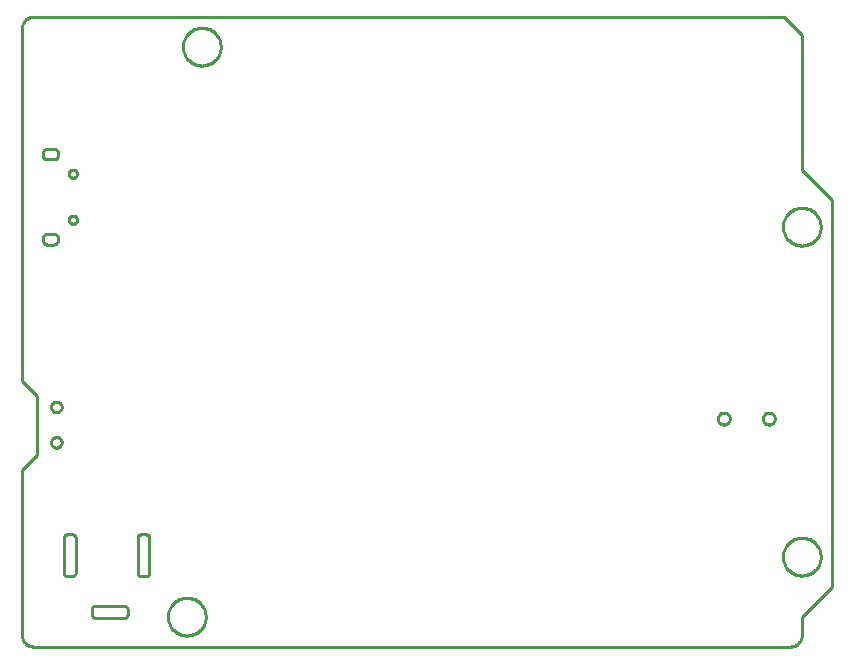
<source format=gbr>
G04 EAGLE Gerber RS-274X export*
G75*
%MOMM*%
%FSLAX34Y34*%
%LPD*%
%IN*%
%IPPOS*%
%AMOC8*
5,1,8,0,0,1.08239X$1,22.5*%
G01*
%ADD10C,0.254000*%


D10*
X0Y10000D02*
X38Y9128D01*
X152Y8264D01*
X341Y7412D01*
X603Y6580D01*
X937Y5774D01*
X1340Y5000D01*
X1808Y4264D01*
X2340Y3572D01*
X2929Y2929D01*
X3572Y2340D01*
X4264Y1808D01*
X5000Y1340D01*
X5774Y937D01*
X6580Y603D01*
X7412Y341D01*
X8264Y152D01*
X9128Y38D01*
X10000Y0D01*
X650400Y0D01*
X651272Y38D01*
X652136Y152D01*
X652988Y341D01*
X653820Y603D01*
X654626Y937D01*
X655400Y1340D01*
X656136Y1808D01*
X656828Y2340D01*
X657471Y2929D01*
X658060Y3572D01*
X658592Y4264D01*
X659060Y5000D01*
X659463Y5774D01*
X659797Y6580D01*
X660059Y7412D01*
X660248Y8264D01*
X660362Y9128D01*
X660400Y10000D01*
X660400Y25400D01*
X685800Y50800D01*
X685800Y378460D01*
X660400Y403860D01*
X660400Y518160D01*
X645160Y533400D01*
X10000Y533400D01*
X9128Y533362D01*
X8264Y533248D01*
X7412Y533059D01*
X6580Y532797D01*
X5774Y532463D01*
X5000Y532060D01*
X4264Y531592D01*
X3572Y531060D01*
X2929Y530471D01*
X2340Y529828D01*
X1808Y529136D01*
X1340Y528400D01*
X937Y527626D01*
X603Y526820D01*
X341Y525988D01*
X152Y525136D01*
X38Y524272D01*
X0Y523400D01*
X0Y224790D01*
X12700Y212090D01*
X12700Y162560D01*
X0Y149860D01*
X0Y10000D01*
X59480Y26970D02*
X59490Y26752D01*
X59518Y26536D01*
X59565Y26323D01*
X59631Y26115D01*
X59714Y25913D01*
X59815Y25720D01*
X59932Y25536D01*
X60065Y25363D01*
X60212Y25202D01*
X60373Y25055D01*
X60546Y24922D01*
X60730Y24805D01*
X60923Y24704D01*
X61125Y24621D01*
X61333Y24555D01*
X61546Y24508D01*
X61762Y24480D01*
X61980Y24470D01*
X86980Y24470D01*
X87198Y24480D01*
X87414Y24508D01*
X87627Y24555D01*
X87835Y24621D01*
X88037Y24704D01*
X88230Y24805D01*
X88414Y24922D01*
X88587Y25055D01*
X88748Y25202D01*
X88895Y25363D01*
X89028Y25536D01*
X89145Y25720D01*
X89246Y25913D01*
X89329Y26115D01*
X89395Y26323D01*
X89442Y26536D01*
X89471Y26752D01*
X89480Y26970D01*
X89480Y31970D01*
X89471Y32188D01*
X89442Y32404D01*
X89395Y32617D01*
X89329Y32825D01*
X89246Y33027D01*
X89145Y33220D01*
X89028Y33404D01*
X88895Y33577D01*
X88748Y33738D01*
X88587Y33885D01*
X88414Y34018D01*
X88230Y34135D01*
X88037Y34236D01*
X87835Y34319D01*
X87627Y34385D01*
X87414Y34432D01*
X87198Y34461D01*
X86980Y34470D01*
X61980Y34470D01*
X61762Y34461D01*
X61546Y34432D01*
X61333Y34385D01*
X61125Y34319D01*
X60923Y34236D01*
X60730Y34135D01*
X60546Y34018D01*
X60373Y33885D01*
X60212Y33738D01*
X60065Y33577D01*
X59932Y33404D01*
X59815Y33220D01*
X59714Y33027D01*
X59631Y32825D01*
X59565Y32617D01*
X59518Y32404D01*
X59490Y32188D01*
X59480Y31970D01*
X59480Y26970D01*
X97980Y62470D02*
X97990Y62252D01*
X98018Y62036D01*
X98065Y61823D01*
X98131Y61615D01*
X98214Y61413D01*
X98315Y61220D01*
X98432Y61036D01*
X98565Y60863D01*
X98712Y60702D01*
X98873Y60555D01*
X99046Y60422D01*
X99230Y60305D01*
X99423Y60204D01*
X99625Y60121D01*
X99833Y60055D01*
X100046Y60008D01*
X100262Y59980D01*
X100480Y59970D01*
X105480Y59970D01*
X105698Y59980D01*
X105914Y60008D01*
X106127Y60055D01*
X106335Y60121D01*
X106537Y60204D01*
X106730Y60305D01*
X106914Y60422D01*
X107087Y60555D01*
X107248Y60702D01*
X107395Y60863D01*
X107528Y61036D01*
X107645Y61220D01*
X107746Y61413D01*
X107829Y61615D01*
X107895Y61823D01*
X107942Y62036D01*
X107971Y62252D01*
X107980Y62470D01*
X107980Y92470D01*
X107971Y92688D01*
X107942Y92904D01*
X107895Y93117D01*
X107829Y93325D01*
X107746Y93527D01*
X107645Y93720D01*
X107528Y93904D01*
X107395Y94077D01*
X107248Y94238D01*
X107087Y94385D01*
X106914Y94518D01*
X106730Y94635D01*
X106537Y94736D01*
X106335Y94819D01*
X106127Y94885D01*
X105914Y94932D01*
X105698Y94961D01*
X105480Y94970D01*
X100480Y94970D01*
X100262Y94961D01*
X100046Y94932D01*
X99833Y94885D01*
X99625Y94819D01*
X99423Y94736D01*
X99230Y94635D01*
X99046Y94518D01*
X98873Y94385D01*
X98712Y94238D01*
X98565Y94077D01*
X98432Y93904D01*
X98315Y93720D01*
X98214Y93527D01*
X98131Y93325D01*
X98065Y93117D01*
X98018Y92904D01*
X97990Y92688D01*
X97980Y92470D01*
X97980Y62470D01*
X35480Y62470D02*
X35490Y62252D01*
X35518Y62036D01*
X35565Y61823D01*
X35631Y61615D01*
X35714Y61413D01*
X35815Y61220D01*
X35932Y61036D01*
X36065Y60863D01*
X36212Y60702D01*
X36373Y60555D01*
X36546Y60422D01*
X36730Y60305D01*
X36923Y60204D01*
X37125Y60121D01*
X37333Y60055D01*
X37546Y60008D01*
X37762Y59980D01*
X37980Y59970D01*
X42980Y59970D01*
X43198Y59980D01*
X43414Y60008D01*
X43627Y60055D01*
X43835Y60121D01*
X44037Y60204D01*
X44230Y60305D01*
X44414Y60422D01*
X44587Y60555D01*
X44748Y60702D01*
X44895Y60863D01*
X45028Y61036D01*
X45145Y61220D01*
X45246Y61413D01*
X45329Y61615D01*
X45395Y61823D01*
X45442Y62036D01*
X45471Y62252D01*
X45480Y62470D01*
X45480Y92470D01*
X45471Y92688D01*
X45442Y92904D01*
X45395Y93117D01*
X45329Y93325D01*
X45246Y93527D01*
X45145Y93720D01*
X45028Y93904D01*
X44895Y94077D01*
X44748Y94238D01*
X44587Y94385D01*
X44414Y94518D01*
X44230Y94635D01*
X44037Y94736D01*
X43835Y94819D01*
X43627Y94885D01*
X43414Y94932D01*
X43198Y94961D01*
X42980Y94970D01*
X37980Y94970D01*
X37762Y94961D01*
X37546Y94932D01*
X37333Y94885D01*
X37125Y94819D01*
X36923Y94736D01*
X36730Y94635D01*
X36546Y94518D01*
X36373Y94385D01*
X36212Y94238D01*
X36065Y94077D01*
X35932Y93904D01*
X35815Y93720D01*
X35714Y93527D01*
X35631Y93325D01*
X35565Y93117D01*
X35518Y92904D01*
X35490Y92688D01*
X35480Y92470D01*
X35480Y62470D01*
X17680Y345000D02*
X17652Y344649D01*
X17654Y344298D01*
X17687Y343948D01*
X17750Y343602D01*
X17843Y343263D01*
X17966Y342933D01*
X18117Y342615D01*
X18294Y342312D01*
X18498Y342025D01*
X18726Y341757D01*
X18976Y341510D01*
X19247Y341286D01*
X19536Y341086D01*
X19842Y340912D01*
X20162Y340766D01*
X20493Y340648D01*
X20833Y340559D01*
X21180Y340500D01*
X27180Y340500D01*
X27527Y340559D01*
X27867Y340648D01*
X28198Y340766D01*
X28518Y340912D01*
X28824Y341086D01*
X29113Y341286D01*
X29384Y341510D01*
X29634Y341757D01*
X29862Y342025D01*
X30066Y342312D01*
X30243Y342615D01*
X30394Y342933D01*
X30517Y343263D01*
X30610Y343602D01*
X30673Y343948D01*
X30706Y344298D01*
X30708Y344649D01*
X30680Y345000D01*
X30708Y345351D01*
X30706Y345702D01*
X30673Y346052D01*
X30610Y346398D01*
X30517Y346737D01*
X30394Y347067D01*
X30243Y347385D01*
X30066Y347688D01*
X29862Y347975D01*
X29634Y348243D01*
X29384Y348490D01*
X29113Y348714D01*
X28824Y348914D01*
X28518Y349088D01*
X28198Y349234D01*
X27867Y349352D01*
X27527Y349441D01*
X27180Y349500D01*
X21180Y349500D01*
X20833Y349441D01*
X20493Y349352D01*
X20162Y349234D01*
X19842Y349088D01*
X19536Y348914D01*
X19247Y348714D01*
X18976Y348490D01*
X18726Y348243D01*
X18498Y347975D01*
X18294Y347688D01*
X18117Y347385D01*
X17966Y347067D01*
X17843Y346737D01*
X17750Y346398D01*
X17687Y346052D01*
X17654Y345702D01*
X17652Y345351D01*
X17680Y345000D01*
X17680Y416000D02*
X17716Y415674D01*
X17780Y415353D01*
X17872Y415038D01*
X17992Y414733D01*
X18137Y414439D01*
X18307Y414159D01*
X18502Y413894D01*
X18718Y413648D01*
X18955Y413422D01*
X19211Y413217D01*
X19484Y413035D01*
X19772Y412877D01*
X20072Y412746D01*
X20382Y412641D01*
X20701Y412563D01*
X21025Y412514D01*
X21352Y412492D01*
X21680Y412500D01*
X27180Y412500D01*
X27485Y412513D01*
X27788Y412553D01*
X28086Y412619D01*
X28377Y412711D01*
X28659Y412828D01*
X28930Y412969D01*
X29188Y413133D01*
X29430Y413319D01*
X29655Y413525D01*
X29861Y413750D01*
X30047Y413992D01*
X30211Y414250D01*
X30352Y414521D01*
X30469Y414803D01*
X30561Y415094D01*
X30627Y415392D01*
X30667Y415695D01*
X30680Y416000D01*
X30680Y418000D01*
X30667Y418305D01*
X30627Y418608D01*
X30561Y418906D01*
X30469Y419197D01*
X30352Y419479D01*
X30211Y419750D01*
X30047Y420008D01*
X29861Y420250D01*
X29655Y420475D01*
X29430Y420681D01*
X29188Y420867D01*
X28930Y421031D01*
X28659Y421172D01*
X28377Y421289D01*
X28086Y421381D01*
X27788Y421447D01*
X27485Y421487D01*
X27180Y421500D01*
X21680Y421500D01*
X21352Y421508D01*
X21025Y421486D01*
X20701Y421437D01*
X20382Y421359D01*
X20072Y421254D01*
X19772Y421123D01*
X19484Y420965D01*
X19211Y420783D01*
X18955Y420578D01*
X18718Y420352D01*
X18502Y420106D01*
X18307Y419842D01*
X18137Y419561D01*
X17992Y419268D01*
X17872Y418962D01*
X17780Y418647D01*
X17716Y418326D01*
X17680Y418000D01*
X17680Y416000D01*
X676400Y355076D02*
X676332Y354031D01*
X676195Y352992D01*
X675990Y351965D01*
X675719Y350953D01*
X675383Y349961D01*
X674982Y348993D01*
X674518Y348054D01*
X673995Y347146D01*
X673413Y346275D01*
X672775Y345444D01*
X672084Y344657D01*
X671343Y343916D01*
X670556Y343225D01*
X669725Y342588D01*
X668854Y342006D01*
X667946Y341482D01*
X667007Y341018D01*
X666039Y340617D01*
X665047Y340281D01*
X664035Y340010D01*
X663008Y339805D01*
X661969Y339669D01*
X660924Y339600D01*
X659876Y339600D01*
X658831Y339669D01*
X657792Y339805D01*
X656765Y340010D01*
X655753Y340281D01*
X654761Y340617D01*
X653793Y341018D01*
X652854Y341482D01*
X651946Y342006D01*
X651075Y342588D01*
X650244Y343225D01*
X649457Y343916D01*
X648716Y344657D01*
X648025Y345444D01*
X647388Y346275D01*
X646806Y347146D01*
X646282Y348054D01*
X645818Y348993D01*
X645417Y349961D01*
X645081Y350953D01*
X644810Y351965D01*
X644605Y352992D01*
X644469Y354031D01*
X644400Y355076D01*
X644400Y356124D01*
X644469Y357169D01*
X644605Y358208D01*
X644810Y359235D01*
X645081Y360247D01*
X645417Y361239D01*
X645818Y362207D01*
X646282Y363146D01*
X646806Y364054D01*
X647388Y364925D01*
X648025Y365756D01*
X648716Y366543D01*
X649457Y367284D01*
X650244Y367975D01*
X651075Y368613D01*
X651946Y369195D01*
X652854Y369718D01*
X653793Y370182D01*
X654761Y370583D01*
X655753Y370919D01*
X656765Y371190D01*
X657792Y371395D01*
X658831Y371532D01*
X659876Y371600D01*
X660924Y371600D01*
X661969Y371532D01*
X663008Y371395D01*
X664035Y371190D01*
X665047Y370919D01*
X666039Y370583D01*
X667007Y370182D01*
X667946Y369718D01*
X668854Y369195D01*
X669725Y368613D01*
X670556Y367975D01*
X671343Y367284D01*
X672084Y366543D01*
X672775Y365756D01*
X673413Y364925D01*
X673995Y364054D01*
X674518Y363146D01*
X674982Y362207D01*
X675383Y361239D01*
X675719Y360247D01*
X675990Y359235D01*
X676195Y358208D01*
X676332Y357169D01*
X676400Y356124D01*
X676400Y355076D01*
X676400Y75676D02*
X676332Y74631D01*
X676195Y73592D01*
X675990Y72565D01*
X675719Y71553D01*
X675383Y70561D01*
X674982Y69593D01*
X674518Y68654D01*
X673995Y67746D01*
X673413Y66875D01*
X672775Y66044D01*
X672084Y65257D01*
X671343Y64516D01*
X670556Y63825D01*
X669725Y63188D01*
X668854Y62606D01*
X667946Y62082D01*
X667007Y61618D01*
X666039Y61217D01*
X665047Y60881D01*
X664035Y60610D01*
X663008Y60405D01*
X661969Y60269D01*
X660924Y60200D01*
X659876Y60200D01*
X658831Y60269D01*
X657792Y60405D01*
X656765Y60610D01*
X655753Y60881D01*
X654761Y61217D01*
X653793Y61618D01*
X652854Y62082D01*
X651946Y62606D01*
X651075Y63188D01*
X650244Y63825D01*
X649457Y64516D01*
X648716Y65257D01*
X648025Y66044D01*
X647388Y66875D01*
X646806Y67746D01*
X646282Y68654D01*
X645818Y69593D01*
X645417Y70561D01*
X645081Y71553D01*
X644810Y72565D01*
X644605Y73592D01*
X644469Y74631D01*
X644400Y75676D01*
X644400Y76724D01*
X644469Y77769D01*
X644605Y78808D01*
X644810Y79835D01*
X645081Y80847D01*
X645417Y81839D01*
X645818Y82807D01*
X646282Y83746D01*
X646806Y84654D01*
X647388Y85525D01*
X648025Y86356D01*
X648716Y87143D01*
X649457Y87884D01*
X650244Y88575D01*
X651075Y89213D01*
X651946Y89795D01*
X652854Y90318D01*
X653793Y90782D01*
X654761Y91183D01*
X655753Y91519D01*
X656765Y91790D01*
X657792Y91995D01*
X658831Y92132D01*
X659876Y92200D01*
X660924Y92200D01*
X661969Y92132D01*
X663008Y91995D01*
X664035Y91790D01*
X665047Y91519D01*
X666039Y91183D01*
X667007Y90782D01*
X667946Y90318D01*
X668854Y89795D01*
X669725Y89213D01*
X670556Y88575D01*
X671343Y87884D01*
X672084Y87143D01*
X672775Y86356D01*
X673413Y85525D01*
X673995Y84654D01*
X674518Y83746D01*
X674982Y82807D01*
X675383Y81839D01*
X675719Y80847D01*
X675990Y79835D01*
X676195Y78808D01*
X676332Y77769D01*
X676400Y76724D01*
X676400Y75676D01*
X168400Y507476D02*
X168332Y506431D01*
X168195Y505392D01*
X167990Y504365D01*
X167719Y503353D01*
X167383Y502361D01*
X166982Y501393D01*
X166518Y500454D01*
X165995Y499546D01*
X165413Y498675D01*
X164775Y497844D01*
X164084Y497057D01*
X163343Y496316D01*
X162556Y495625D01*
X161725Y494988D01*
X160854Y494406D01*
X159946Y493882D01*
X159007Y493418D01*
X158039Y493017D01*
X157047Y492681D01*
X156035Y492410D01*
X155008Y492205D01*
X153969Y492069D01*
X152924Y492000D01*
X151876Y492000D01*
X150831Y492069D01*
X149792Y492205D01*
X148765Y492410D01*
X147753Y492681D01*
X146761Y493017D01*
X145793Y493418D01*
X144854Y493882D01*
X143946Y494406D01*
X143075Y494988D01*
X142244Y495625D01*
X141457Y496316D01*
X140716Y497057D01*
X140025Y497844D01*
X139388Y498675D01*
X138806Y499546D01*
X138282Y500454D01*
X137818Y501393D01*
X137417Y502361D01*
X137081Y503353D01*
X136810Y504365D01*
X136605Y505392D01*
X136469Y506431D01*
X136400Y507476D01*
X136400Y508524D01*
X136469Y509569D01*
X136605Y510608D01*
X136810Y511635D01*
X137081Y512647D01*
X137417Y513639D01*
X137818Y514607D01*
X138282Y515546D01*
X138806Y516454D01*
X139388Y517325D01*
X140025Y518156D01*
X140716Y518943D01*
X141457Y519684D01*
X142244Y520375D01*
X143075Y521013D01*
X143946Y521595D01*
X144854Y522118D01*
X145793Y522582D01*
X146761Y522983D01*
X147753Y523319D01*
X148765Y523590D01*
X149792Y523795D01*
X150831Y523932D01*
X151876Y524000D01*
X152924Y524000D01*
X153969Y523932D01*
X155008Y523795D01*
X156035Y523590D01*
X157047Y523319D01*
X158039Y522983D01*
X159007Y522582D01*
X159946Y522118D01*
X160854Y521595D01*
X161725Y521013D01*
X162556Y520375D01*
X163343Y519684D01*
X164084Y518943D01*
X164775Y518156D01*
X165413Y517325D01*
X165995Y516454D01*
X166518Y515546D01*
X166982Y514607D01*
X167383Y513639D01*
X167719Y512647D01*
X167990Y511635D01*
X168195Y510608D01*
X168332Y509569D01*
X168400Y508524D01*
X168400Y507476D01*
X155700Y24876D02*
X155632Y23831D01*
X155495Y22792D01*
X155290Y21765D01*
X155019Y20753D01*
X154683Y19761D01*
X154282Y18793D01*
X153818Y17854D01*
X153295Y16946D01*
X152713Y16075D01*
X152075Y15244D01*
X151384Y14457D01*
X150643Y13716D01*
X149856Y13025D01*
X149025Y12388D01*
X148154Y11806D01*
X147246Y11282D01*
X146307Y10818D01*
X145339Y10417D01*
X144347Y10081D01*
X143335Y9810D01*
X142308Y9605D01*
X141269Y9469D01*
X140224Y9400D01*
X139176Y9400D01*
X138131Y9469D01*
X137092Y9605D01*
X136065Y9810D01*
X135053Y10081D01*
X134061Y10417D01*
X133093Y10818D01*
X132154Y11282D01*
X131246Y11806D01*
X130375Y12388D01*
X129544Y13025D01*
X128757Y13716D01*
X128016Y14457D01*
X127325Y15244D01*
X126688Y16075D01*
X126106Y16946D01*
X125582Y17854D01*
X125118Y18793D01*
X124717Y19761D01*
X124381Y20753D01*
X124110Y21765D01*
X123905Y22792D01*
X123769Y23831D01*
X123700Y24876D01*
X123700Y25924D01*
X123769Y26969D01*
X123905Y28008D01*
X124110Y29035D01*
X124381Y30047D01*
X124717Y31039D01*
X125118Y32007D01*
X125582Y32946D01*
X126106Y33854D01*
X126688Y34725D01*
X127325Y35556D01*
X128016Y36343D01*
X128757Y37084D01*
X129544Y37775D01*
X130375Y38413D01*
X131246Y38995D01*
X132154Y39518D01*
X133093Y39982D01*
X134061Y40383D01*
X135053Y40719D01*
X136065Y40990D01*
X137092Y41195D01*
X138131Y41332D01*
X139176Y41400D01*
X140224Y41400D01*
X141269Y41332D01*
X142308Y41195D01*
X143335Y40990D01*
X144347Y40719D01*
X145339Y40383D01*
X146307Y39982D01*
X147246Y39518D01*
X148154Y38995D01*
X149025Y38413D01*
X149856Y37775D01*
X150643Y37084D01*
X151384Y36343D01*
X152075Y35556D01*
X152713Y34725D01*
X153295Y33854D01*
X153818Y32946D01*
X154282Y32007D01*
X154683Y31039D01*
X155019Y30047D01*
X155290Y29035D01*
X155495Y28008D01*
X155632Y26969D01*
X155700Y25924D01*
X155700Y24876D01*
X42951Y397000D02*
X42496Y397060D01*
X42053Y397179D01*
X41629Y397354D01*
X41231Y397584D01*
X40867Y397863D01*
X40543Y398187D01*
X40264Y398551D01*
X40034Y398949D01*
X39859Y399373D01*
X39740Y399816D01*
X39680Y400271D01*
X39680Y400729D01*
X39740Y401184D01*
X39859Y401627D01*
X40034Y402051D01*
X40264Y402449D01*
X40543Y402813D01*
X40867Y403137D01*
X41231Y403416D01*
X41629Y403646D01*
X42053Y403821D01*
X42496Y403940D01*
X42951Y404000D01*
X43409Y404000D01*
X43864Y403940D01*
X44307Y403821D01*
X44731Y403646D01*
X45129Y403416D01*
X45493Y403137D01*
X45817Y402813D01*
X46096Y402449D01*
X46326Y402051D01*
X46501Y401627D01*
X46620Y401184D01*
X46680Y400729D01*
X46680Y400271D01*
X46620Y399816D01*
X46501Y399373D01*
X46326Y398949D01*
X46096Y398551D01*
X45817Y398187D01*
X45493Y397863D01*
X45129Y397584D01*
X44731Y397354D01*
X44307Y397179D01*
X43864Y397060D01*
X43409Y397000D01*
X42951Y397000D01*
X42951Y358000D02*
X42496Y358060D01*
X42053Y358179D01*
X41629Y358354D01*
X41231Y358584D01*
X40867Y358863D01*
X40543Y359187D01*
X40264Y359551D01*
X40034Y359949D01*
X39859Y360373D01*
X39740Y360816D01*
X39680Y361271D01*
X39680Y361729D01*
X39740Y362184D01*
X39859Y362627D01*
X40034Y363051D01*
X40264Y363449D01*
X40543Y363813D01*
X40867Y364137D01*
X41231Y364416D01*
X41629Y364646D01*
X42053Y364821D01*
X42496Y364940D01*
X42951Y365000D01*
X43409Y365000D01*
X43864Y364940D01*
X44307Y364821D01*
X44731Y364646D01*
X45129Y364416D01*
X45493Y364137D01*
X45817Y363813D01*
X46096Y363449D01*
X46326Y363051D01*
X46501Y362627D01*
X46620Y362184D01*
X46680Y361729D01*
X46680Y361271D01*
X46620Y360816D01*
X46501Y360373D01*
X46326Y359949D01*
X46096Y359551D01*
X45817Y359187D01*
X45493Y358863D01*
X45129Y358584D01*
X44731Y358354D01*
X44307Y358179D01*
X43864Y358060D01*
X43409Y358000D01*
X42951Y358000D01*
X627460Y193321D02*
X627523Y193879D01*
X627648Y194426D01*
X627833Y194956D01*
X628077Y195462D01*
X628376Y195938D01*
X628726Y196377D01*
X629123Y196774D01*
X629562Y197124D01*
X630038Y197423D01*
X630544Y197667D01*
X631074Y197852D01*
X631621Y197977D01*
X632179Y198040D01*
X632741Y198040D01*
X633299Y197977D01*
X633846Y197852D01*
X634376Y197667D01*
X634882Y197423D01*
X635358Y197124D01*
X635797Y196774D01*
X636194Y196377D01*
X636544Y195938D01*
X636843Y195462D01*
X637087Y194956D01*
X637272Y194426D01*
X637397Y193879D01*
X637460Y193321D01*
X637460Y192759D01*
X637397Y192201D01*
X637272Y191654D01*
X637087Y191124D01*
X636843Y190618D01*
X636544Y190142D01*
X636194Y189703D01*
X635797Y189306D01*
X635358Y188956D01*
X634882Y188657D01*
X634376Y188413D01*
X633846Y188228D01*
X633299Y188103D01*
X632741Y188040D01*
X632179Y188040D01*
X631621Y188103D01*
X631074Y188228D01*
X630544Y188413D01*
X630038Y188657D01*
X629562Y188956D01*
X629123Y189306D01*
X628726Y189703D01*
X628376Y190142D01*
X628077Y190618D01*
X627833Y191124D01*
X627648Y191654D01*
X627523Y192201D01*
X627460Y192759D01*
X627460Y193321D01*
X589360Y193321D02*
X589423Y193879D01*
X589548Y194426D01*
X589733Y194956D01*
X589977Y195462D01*
X590276Y195938D01*
X590626Y196377D01*
X591023Y196774D01*
X591462Y197124D01*
X591938Y197423D01*
X592444Y197667D01*
X592974Y197852D01*
X593521Y197977D01*
X594079Y198040D01*
X594641Y198040D01*
X595199Y197977D01*
X595746Y197852D01*
X596276Y197667D01*
X596782Y197423D01*
X597258Y197124D01*
X597697Y196774D01*
X598094Y196377D01*
X598444Y195938D01*
X598743Y195462D01*
X598987Y194956D01*
X599172Y194426D01*
X599297Y193879D01*
X599360Y193321D01*
X599360Y192759D01*
X599297Y192201D01*
X599172Y191654D01*
X598987Y191124D01*
X598743Y190618D01*
X598444Y190142D01*
X598094Y189703D01*
X597697Y189306D01*
X597258Y188956D01*
X596782Y188657D01*
X596276Y188413D01*
X595746Y188228D01*
X595199Y188103D01*
X594641Y188040D01*
X594079Y188040D01*
X593521Y188103D01*
X592974Y188228D01*
X592444Y188413D01*
X591938Y188657D01*
X591462Y188956D01*
X591023Y189306D01*
X590626Y189703D01*
X590276Y190142D01*
X589977Y190618D01*
X589733Y191124D01*
X589548Y191654D01*
X589423Y192201D01*
X589360Y192759D01*
X589360Y193321D01*
X28915Y198460D02*
X28330Y198537D01*
X27760Y198690D01*
X27215Y198915D01*
X26705Y199210D01*
X26237Y199569D01*
X25819Y199987D01*
X25460Y200455D01*
X25165Y200965D01*
X24940Y201510D01*
X24787Y202080D01*
X24710Y202665D01*
X24710Y203255D01*
X24787Y203840D01*
X24940Y204410D01*
X25165Y204955D01*
X25460Y205465D01*
X25819Y205933D01*
X26237Y206351D01*
X26705Y206710D01*
X27215Y207005D01*
X27760Y207230D01*
X28330Y207383D01*
X28915Y207460D01*
X29505Y207460D01*
X30090Y207383D01*
X30660Y207230D01*
X31205Y207005D01*
X31715Y206710D01*
X32183Y206351D01*
X32601Y205933D01*
X32960Y205465D01*
X33255Y204955D01*
X33480Y204410D01*
X33633Y203840D01*
X33710Y203255D01*
X33710Y202665D01*
X33633Y202080D01*
X33480Y201510D01*
X33255Y200965D01*
X32960Y200455D01*
X32601Y199987D01*
X32183Y199569D01*
X31715Y199210D01*
X31205Y198915D01*
X30660Y198690D01*
X30090Y198537D01*
X29505Y198460D01*
X28915Y198460D01*
X28915Y168460D02*
X28330Y168537D01*
X27760Y168690D01*
X27215Y168915D01*
X26705Y169210D01*
X26237Y169569D01*
X25819Y169987D01*
X25460Y170455D01*
X25165Y170965D01*
X24940Y171510D01*
X24787Y172080D01*
X24710Y172665D01*
X24710Y173255D01*
X24787Y173840D01*
X24940Y174410D01*
X25165Y174955D01*
X25460Y175465D01*
X25819Y175933D01*
X26237Y176351D01*
X26705Y176710D01*
X27215Y177005D01*
X27760Y177230D01*
X28330Y177383D01*
X28915Y177460D01*
X29505Y177460D01*
X30090Y177383D01*
X30660Y177230D01*
X31205Y177005D01*
X31715Y176710D01*
X32183Y176351D01*
X32601Y175933D01*
X32960Y175465D01*
X33255Y174955D01*
X33480Y174410D01*
X33633Y173840D01*
X33710Y173255D01*
X33710Y172665D01*
X33633Y172080D01*
X33480Y171510D01*
X33255Y170965D01*
X32960Y170455D01*
X32601Y169987D01*
X32183Y169569D01*
X31715Y169210D01*
X31205Y168915D01*
X30660Y168690D01*
X30090Y168537D01*
X29505Y168460D01*
X28915Y168460D01*
M02*

</source>
